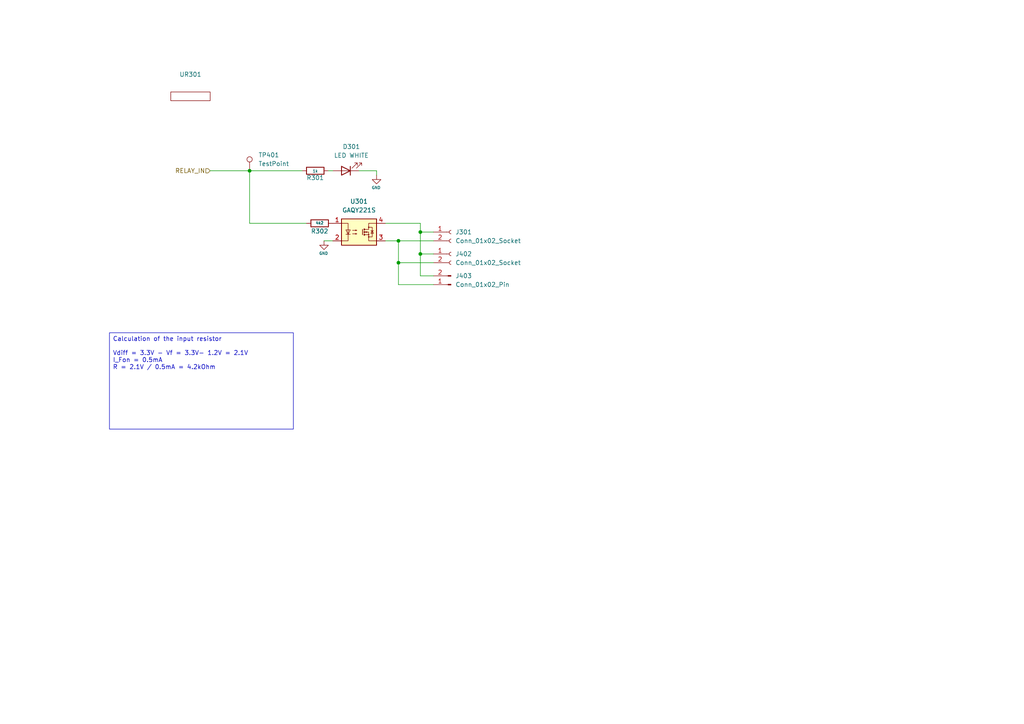
<source format=kicad_sch>
(kicad_sch (version 20231120) (generator "eeschema") (generator_version "8.0")
  (paper "A4")
  (lib_symbols
    (symbol "00_project_library:LED WHITE" (pin_numbers hide) (pin_names (offset 1.016) hide)
      (property "Reference" "D" (at 0 2.54 0))
      (property "Value" "LED WHITE" (at 0 -2.54 0))
      (symbol "LED WHITE_0_1"
        (polyline (pts (xy -1.27 -1.27) (xy -1.27 1.27)) (stroke (width 0.254)))
        (polyline (pts (xy -1.27 0) (xy 1.27 0)))
        (polyline (pts (xy 1.27 -1.27) (xy 1.27 1.27) (xy -1.27 0) (xy 1.27 -1.27)) (stroke (width 0.254)))
        (polyline (pts (xy -3.048 -0.762) (xy -4.572 -2.286) (xy -3.81 -2.286) (xy -4.572 -2.286) (xy -4.572 -1.524)))
        (polyline (pts (xy -1.778 -0.762) (xy -3.302 -2.286) (xy -2.54 -2.286) (xy -3.302 -2.286) (xy -3.302 -1.524)))
      )
      (symbol "LED WHITE_1_1"
        (pin passive line (at -3.81 0 0) (length 2.54) (name "K") (number "1"))
        (pin passive line (at 3.81 0 180) (length 2.54) (name "A") (number "2"))
      )
    )
    (symbol "00_project_library:opctoprobe_relay" (in_bom no)
      (property "Reference" "UR" (at 0 0 0))
      (symbol "opctoprobe_relay_0_1"
        (rectangle (start -1.27 1.27) (end 10.16 -1.27))
      )
    )
    (symbol "Connector:Conn_01x02_Pin" (pin_names (offset 1.016) hide)
      (property "Reference" "J" (at 0 2.54 0))
      (property "Value" "Conn_01x02_Pin" (at 0 -5.08 0))
      (symbol "Conn_01x02_Pin_1_1"
        (polyline (pts (xy 1.27 -2.54) (xy 0.8636 -2.54)) (stroke (width 0.1524)))
        (polyline (pts (xy 1.27 0) (xy 0.8636 0)) (stroke (width 0.1524)))
        (rectangle (start 0.8636 -2.413) (end 0 -2.667) (stroke (width 0.1524)) (fill (type outline)))
        (rectangle (start 0.8636 0.127) (end 0 -0.127) (stroke (width 0.1524)) (fill (type outline)))
        (pin passive line (at 5.08 0 180) (length 3.81) (name "Pin_1") (number "1"))
        (pin passive line (at 5.08 -2.54 180) (length 3.81) (name "Pin_2") (number "2"))
      )
    )
    (symbol "Connector:Conn_01x02_Socket" (pin_names (offset 1.016) hide)
      (property "Reference" "J" (at 0 2.54 0))
      (property "Value" "Conn_01x02_Socket" (at 0 -5.08 0))
      (symbol "Conn_01x02_Socket_1_1"
        (arc (start 0 -2.032) (mid -0.5058 -2.54) (end 0 -3.048) (stroke (width 0.1524)))
        (polyline (pts (xy -1.27 -2.54) (xy -0.508 -2.54)) (stroke (width 0.1524)))
        (polyline (pts (xy -1.27 0) (xy -0.508 0)) (stroke (width 0.1524)))
        (arc (start 0 0.508) (mid -0.5058 0) (end 0 -0.508) (stroke (width 0.1524)))
        (pin passive line (at -5.08 0 0) (length 3.81) (name "Pin_1") (number "1"))
        (pin passive line (at -5.08 -2.54 0) (length 3.81) (name "Pin_2") (number "2"))
      )
    )
    (symbol "Connector:TestPoint" (pin_numbers hide) (pin_names (offset 0.762) hide)
      (property "Reference" "TP" (at 0 6.858 0))
      (property "Value" "TestPoint" (at 0 5.08 0))
      (symbol "TestPoint_0_1"
        (circle (center 0 3.302) (radius 0.762))
      )
      (symbol "TestPoint_1_1"
        (pin passive line (at 0 0 90) (length 2.54) (name "1") (number "1"))
      )
    )
    (symbol "Device:R" (pin_numbers hide) (pin_names (offset 0))
      (property "Reference" "R" (at 2.032 0 90))
      (property "Value" "R" (at 0 0 90))
      (symbol "R_0_1"
        (rectangle (start -1.016 -2.54) (end 1.016 2.54) (stroke (width 0.254)))
      )
      (symbol "R_1_1"
        (pin passive line (at 0 3.81 270) (length 1.27) (name "~") (number "1"))
        (pin passive line (at 0 -3.81 90) (length 1.27) (name "~") (number "2"))
      )
    )
    (symbol "Relay_SolidState:CPC1002N"
      (property "Reference" "U" (at -5.08 5.08 0))
      (property "Value" "CPC1002N" (at 0 5.08 0))
      (symbol "CPC1002N_0_1"
        (rectangle (start -5.08 3.81) (end 5.08 -3.81) (stroke (width 0.254)) (fill (type background)))
        (polyline (pts (xy -3.81 -0.635) (xy -2.54 -0.635)))
        (polyline (pts (xy 1.016 0.762) (xy 1.016 -0.762)) (stroke (width 0.2032)))
        (polyline (pts (xy 1.524 -0.762) (xy 2.794 -0.762)))
        (polyline (pts (xy 3.429 0.381) (xy 4.191 0.381)))
        (polyline (pts (xy 1.524 -0.635) (xy 1.524 -0.889) (xy 1.524 -0.889)) (stroke (width 0.3556)))
        (polyline (pts (xy 1.524 0.127) (xy 1.524 -0.127) (xy 1.524 -0.127)) (stroke (width 0.3556)))
        (polyline (pts (xy 1.524 0.889) (xy 1.524 0.635) (xy 1.524 0.635)) (stroke (width 0.3556)))
        (polyline (pts (xy -5.08 2.54) (xy -3.175 2.54) (xy -3.175 -2.54) (xy -5.08 -2.54)))
        (polyline (pts (xy -3.175 -0.635) (xy -3.81 0.635) (xy -2.54 0.635) (xy -3.175 -0.635)))
        (polyline (pts (xy 1.524 0) (xy 2.794 0) (xy 2.794 -2.54) (xy 5.08 -2.54)))
        (polyline (pts (xy 1.524 0.762) (xy 2.794 0.762) (xy 2.794 2.54) (xy 5.08 2.54)))
        (polyline (pts (xy 1.778 0) (xy 2.286 0.127) (xy 2.286 -0.127) (xy 1.778 0)))
        (polyline (pts (xy 2.794 -1.397) (xy 3.81 -1.397) (xy 3.81 1.397) (xy 2.794 1.397)))
        (polyline (pts (xy 3.81 0.381) (xy 3.429 -0.381) (xy 4.191 -0.381) (xy 3.81 0.381)))
        (polyline (pts (xy -1.905 -0.508) (xy -0.635 -0.508) (xy -1.016 -0.635) (xy -1.016 -0.381) (xy -0.635 -0.508)))
        (polyline (pts (xy -1.905 0.508) (xy -0.635 0.508) (xy -1.016 0.381) (xy -1.016 0.635) (xy -0.635 0.508)))
        (circle (center 2.794 -1.397) (radius 0.127))
        (circle (center 2.794 -0.762) (radius 0.127))
        (circle (center 2.794 1.397) (radius 0.127))
      )
      (symbol "CPC1002N_1_1"
        (pin passive line (at -7.62 2.54 0) (length 2.54) (name "~") (number "1"))
        (pin passive line (at -7.62 -2.54 0) (length 2.54) (name "~") (number "2"))
        (pin passive line (at 7.62 -2.54 180) (length 2.54) (name "~") (number "3"))
        (pin passive line (at 7.62 2.54 180) (length 2.54) (name "~") (number "4"))
      )
    )
    (symbol "power:GND" (power) (pin_names (offset 0))
      (property "Value" "GND" (at 0 -3.81 0))
      (symbol "GND_0_1"
        (polyline (pts (xy 0 0) (xy 0 -1.27) (xy 1.27 -1.27) (xy 0 -2.54) (xy -1.27 -1.27) (xy 0 -1.27)))
      )
      (symbol "GND_1_1"
        (pin power_in line (at 0 0 270) (length 0) hide (name "GND") (number "1"))
      )
    )
  )
  (junction (at 72.39 49.53))
  (junction (at 115.57 69.85))
  (junction (at 121.92 67.31))
  (junction (at 115.57 76.2))
  (junction (at 121.92 73.66))
  (wire (pts (xy 125.73 80.01) (xy 121.92 80.01)))
  (wire (pts (xy 96.52 49.53) (xy 95.25 49.53)))
  (wire (pts (xy 125.73 69.85) (xy 115.57 69.85)))
  (wire (pts (xy 115.57 69.85) (xy 111.76 69.85)))
  (wire (pts (xy 93.98 69.85) (xy 96.52 69.85)))
  (wire (pts (xy 121.92 67.31) (xy 121.92 73.66)))
  (wire (pts (xy 104.14 49.53) (xy 109.22 49.53)))
  (wire (pts (xy 115.57 76.2) (xy 125.73 76.2)))
  (wire (pts (xy 115.57 76.2) (xy 115.57 82.55)))
  (wire (pts (xy 121.92 64.77) (xy 121.92 67.31)))
  (wire (pts (xy 109.22 49.53) (xy 109.22 50.8)))
  (wire (pts (xy 121.92 73.66) (xy 121.92 80.01)))
  (wire (pts (xy 121.92 73.66) (xy 125.73 73.66)))
  (wire (pts (xy 72.39 49.53) (xy 87.63 49.53)))
  (wire (pts (xy 60.96 49.53) (xy 72.39 49.53)))
  (wire (pts (xy 125.73 82.55) (xy 115.57 82.55)))
  (wire (pts (xy 121.92 67.31) (xy 125.73 67.31)))
  (wire (pts (xy 72.39 64.77) (xy 72.39 49.53)))
  (wire (pts (xy 115.57 69.85) (xy 115.57 76.2)))
  (wire (pts (xy 88.9 64.77) (xy 72.39 64.77)))
  (wire (pts (xy 121.92 64.77) (xy 111.76 64.77)))
  (text_box "Calculation of the input resistor\n\nVdiff = 3.3V - Vf = 3.3V- 1.2V = 2.1V\nI_Fon = 0.5mA\nR = 2.1V / 0.5mA = 4.2kOhm" (at 31.75 96.52 0) (size 53.34 27.94) (effects (font (size 1.27 1.27)) (justify left top)))
  (hierarchical_label "RELAY_IN" (shape input) (at 60.96 49.53 180))
  (symbol (lib_id "Device:R") (at 92.71 64.77 90) (unit 1)
    (property "Reference" "R302" (at 92.71 67.056 90))
    (property "Value" "4k2" (at 92.71 64.6684 90) (effects (font (size 0.8 0.8))))
    (property "Footprint" "Resistor_SMD:R_0402_1005Metric_Pad0.72x0.64mm_HandSolder" (effects (hide yes)))
    (instances (project "pcb_dezentral" (path "" (reference "R302") (unit 1)) (path "" (reference "R402") (unit 1)) (path "" (reference "R702") (unit 1)) (path "" (reference "R902") (unit 1)) (path "" (reference "R1002") (unit 1))))
  )
  (symbol (lib_id "Connector:Conn_01x02_Pin") (at 130.81 82.55 180) (unit 1)
    (property "Reference" "J403" (at 132.08 80.0099 0) (effects (justify right)))
    (property "Value" "Conn_01x02_Pin" (at 132.08 82.5499 0) (effects (justify right)))
    (property "Footprint" "Connector_PinHeader_2.54mm:PinHeader_1x02_P2.54mm_Vertical" (effects (hide yes)))
    (property "Description" "Generic connector, single row, 01x02, script generated" (effects (hide yes)))
    (instances (project "pcb_dezentral" (path "" (reference "J403") (unit 1)) (path "" (reference "J303") (unit 1)) (path "" (reference "J703") (unit 1)) (path "" (reference "J903") (unit 1)) (path "" (reference "J1003") (unit 1))))
  )
  (symbol (lib_id "Device:R") (at 91.44 49.53 270) (unit 1)
    (property "Reference" "R301" (at 91.44 51.562 90))
    (property "Value" "1k" (at 91.44 49.6316 90) (effects (font (size 0.8 0.8))))
    (property "Footprint" "Resistor_SMD:R_0402_1005Metric_Pad0.72x0.64mm_HandSolder" (effects (hide yes)))
    (instances (project "pcb_dezentral" (path "" (reference "R301") (unit 1)) (path "" (reference "R401") (unit 1)) (path "" (reference "R701") (unit 1)) (path "" (reference "R901") (unit 1)) (path "" (reference "R1001") (unit 1))))
  )
  (symbol (lib_id "Connector:Conn_01x02_Socket") (at 130.81 67.31 0) (unit 1)
    (property "Reference" "J301" (at 132.08 67.3099 0) (effects (justify left)))
    (property "Value" "Conn_01x02_Socket" (at 132.08 69.8499 0) (effects (justify left)))
    (property "Footprint" "Connector_PinSocket_2.54mm:PinSocket_1x02_P2.54mm_Vertical" (effects (hide yes)))
    (property "Description" "Generic connector, single row, 01x02, script generated" (effects (hide yes)))
    (instances (project "pcb_dezentral" (path "" (reference "J301") (unit 1)) (path "" (reference "J401") (unit 1)) (path "" (reference "J701") (unit 1)) (path "" (reference "J901") (unit 1)) (path "" (reference "J1001") (unit 1))))
  )
  (symbol (lib_id "00_project_library:opctoprobe_relay") (at 50.8 27.94 0) (unit 1) (in_bom no)
    (property "Reference" "UR301" (at 55.245 21.59 0))
    (property "Value" "${SHEETNAME}" (at 55.245 24.13 0))
    (property "Footprint" "00_project_library:opctoprobe_relay" (effects (hide yes)))
    (instances (project "pcb_dezentral" (path "" (reference "UR301") (unit 1)) (path "" (reference "UR401") (unit 1)) (path "" (reference "UR701") (unit 1)) (path "" (reference "UR901") (unit 1)) (path "" (reference "UR1001") (unit 1))))
  )
  (symbol (lib_id "00_project_library:LED WHITE") (at 100.33 49.53 180) (unit 1)
    (property "Reference" "D301" (at 101.9175 42.545 0))
    (property "Value" "LED WHITE" (at 101.9175 45.085 0))
    (property "Footprint" "00_project_library:LED_0603_1608Metric" (effects (hide yes)))
    (property "JLC" "C2290" (effects (hide yes)))
    (instances (project "pcb_dezentral" (path "" (reference "D301") (unit 1)) (path "" (reference "D401") (unit 1)) (path "" (reference "D701") (unit 1)) (path "" (reference "D901") (unit 1)) (path "" (reference "D1001") (unit 1))))
  )
  (symbol (lib_id "Connector:Conn_01x02_Socket") (at 130.81 73.66 0) (unit 1)
    (property "Reference" "J402" (at 132.08 73.6599 0) (effects (justify left)))
    (property "Value" "Conn_01x02_Socket" (at 132.08 76.1999 0) (effects (justify left)))
    (property "Footprint" "Connector_PinSocket_2.54mm:PinSocket_1x02_P2.54mm_Vertical" (effects (hide yes)))
    (property "Description" "Generic connector, single row, 01x02, script generated" (effects (hide yes)))
    (instances (project "pcb_dezentral" (path "" (reference "J402") (unit 1)) (path "" (reference "J302") (unit 1)) (path "" (reference "J702") (unit 1)) (path "" (reference "J902") (unit 1)) (path "" (reference "J1002") (unit 1))))
  )
  (symbol (lib_id "Connector:TestPoint") (at 72.39 49.53 0) (unit 1)
    (property "Reference" "TP401" (at 74.93 44.9579 0) (effects (justify left)))
    (property "Value" "TestPoint" (at 74.93 47.4979 0) (effects (justify left)))
    (property "Description" "test point" (effects (hide yes)))
    (instances (project "pcb_dezentral" (path "" (reference "TP401") (unit 1)) (path "" (reference "TP301") (unit 1)) (path "" (reference "TP701") (unit 1)) (path "" (reference "TP901") (unit 1)) (path "" (reference "TP1001") (unit 1))))
  )
  (symbol (lib_id "Relay_SolidState:CPC1002N") (at 104.14 67.31 0) (unit 1)
    (property "Reference" "U301" (at 104.14 58.42 0))
    (property "Value" "GAQY221S" (at 104.14 60.96 0))
    (property "Footprint" "Package_SO:SOP-4_3.8x4.1mm_P2.54mm" (effects (hide yes)))
    (property "Datasheet" "https://wmsc.lcsc.com/wmsc/upload/file/pdf/v2/lcsc/2308151358_SUPSiC-GAQY221S_C7435105.pdf" (effects (hide yes)))
    (property "Description" "Form A, Solid State Relay (Photo MOSFET) 60V, 0.7A, 0.55Ohm, SOP-4" (effects (hide yes)))
    (property "JLC" "C7435105" (effects (hide yes)))
    (instances (project "pcb_dezentral" (path "" (reference "U301") (unit 1)) (path "" (reference "U401") (unit 1)) (path "" (reference "U701") (unit 1)) (path "" (reference "U901") (unit 1)) (path "" (reference "U1001") (unit 1))))
  )
  (symbol (lib_id "power:GND") (at 109.22 50.8 0) (unit 1)
    (property "Reference" "#PWR0302" (effects (hide yes)))
    (property "Value" "GND" (at 109.093 54.4322 0) (effects (font (size 0.8 0.8))))
    (instances (project "pcb_dezentral" (path "" (reference "#PWR0302") (unit 1)) (path "" (reference "#PWR0402") (unit 1)) (path "" (reference "#PWR0702") (unit 1)) (path "" (reference "#PWR0902") (unit 1)) (path "" (reference "#PWR01002") (unit 1))))
  )
  (symbol (lib_id "power:GND") (at 93.98 69.85 0) (unit 1)
    (property "Reference" "#PWR0301" (effects (hide yes)))
    (property "Value" "GND" (at 93.853 73.4822 0) (effects (font (size 0.8 0.8))))
    (instances (project "pcb_dezentral" (path "" (reference "#PWR0301") (unit 1)) (path "" (reference "#PWR0401") (unit 1)) (path "" (reference "#PWR0701") (unit 1)) (path "" (reference "#PWR0901") (unit 1)) (path "" (reference "#PWR01001") (unit 1))))
  )
)
</source>
